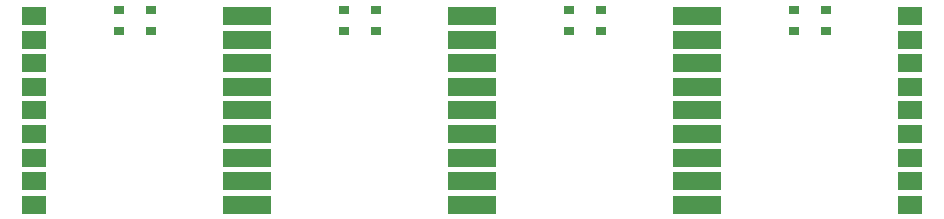
<source format=gtp>
%TF.GenerationSoftware,KiCad,Pcbnew,(5.1.9)-1*%
%TF.CreationDate,2021-10-01T07:45:35+02:00*%
%TF.ProjectId,poly_kb_1Ux4,706f6c79-5f6b-4625-9f31-5578342e6b69,rev?*%
%TF.SameCoordinates,Original*%
%TF.FileFunction,Paste,Top*%
%TF.FilePolarity,Positive*%
%FSLAX46Y46*%
G04 Gerber Fmt 4.6, Leading zero omitted, Abs format (unit mm)*
G04 Created by KiCad (PCBNEW (5.1.9)-1) date 2021-10-01 07:45:35*
%MOMM*%
%LPD*%
G01*
G04 APERTURE LIST*
%ADD10R,0.950000X0.800000*%
%ADD11R,2.000000X1.500000*%
G04 APERTURE END LIST*
D10*
%TO.C,LED1*%
X160750500Y-88202500D03*
X163480500Y-88202500D03*
X160750500Y-86422500D03*
X163480500Y-86422500D03*
%TD*%
%TO.C,LED1*%
X141700500Y-88202500D03*
X144430500Y-88202500D03*
X141700500Y-86422500D03*
X144430500Y-86422500D03*
%TD*%
%TO.C,LED1*%
X122650500Y-88202500D03*
X125380500Y-88202500D03*
X122650500Y-86422500D03*
X125380500Y-86422500D03*
%TD*%
D11*
%TO.C,J4*%
X170624500Y-94932500D03*
X170624500Y-92932500D03*
X170624500Y-90932500D03*
X170624500Y-88932500D03*
X170624500Y-96932500D03*
X170624500Y-86932500D03*
X170624500Y-98932500D03*
X170624500Y-100932500D03*
X170624500Y-102932500D03*
%TD*%
%TO.C,J4*%
X151574500Y-94932500D03*
X151574500Y-92932500D03*
X151574500Y-90932500D03*
X151574500Y-88932500D03*
X151574500Y-96932500D03*
X151574500Y-86932500D03*
X151574500Y-98932500D03*
X151574500Y-100932500D03*
X151574500Y-102932500D03*
%TD*%
%TO.C,J4*%
X132524500Y-94932500D03*
X132524500Y-92932500D03*
X132524500Y-90932500D03*
X132524500Y-88932500D03*
X132524500Y-96932500D03*
X132524500Y-86932500D03*
X132524500Y-98932500D03*
X132524500Y-100932500D03*
X132524500Y-102932500D03*
%TD*%
%TO.C,J3*%
X153606500Y-94932500D03*
X153606500Y-92932500D03*
X153606500Y-90932500D03*
X153606500Y-88932500D03*
X153606500Y-96932500D03*
X153606500Y-86932500D03*
X153606500Y-98932500D03*
X153606500Y-100932500D03*
X153606500Y-102932500D03*
%TD*%
%TO.C,J3*%
X134556500Y-94932500D03*
X134556500Y-92932500D03*
X134556500Y-90932500D03*
X134556500Y-88932500D03*
X134556500Y-96932500D03*
X134556500Y-86932500D03*
X134556500Y-98932500D03*
X134556500Y-100932500D03*
X134556500Y-102932500D03*
%TD*%
%TO.C,J3*%
X115506500Y-94932500D03*
X115506500Y-92932500D03*
X115506500Y-90932500D03*
X115506500Y-88932500D03*
X115506500Y-96932500D03*
X115506500Y-86932500D03*
X115506500Y-98932500D03*
X115506500Y-100932500D03*
X115506500Y-102932500D03*
%TD*%
%TO.C,J4*%
X113474500Y-102932500D03*
X113474500Y-100932500D03*
X113474500Y-98932500D03*
X113474500Y-86932500D03*
X113474500Y-96932500D03*
X113474500Y-88932500D03*
X113474500Y-90932500D03*
X113474500Y-92932500D03*
X113474500Y-94932500D03*
%TD*%
%TO.C,J3*%
X96456500Y-102932500D03*
X96456500Y-100932500D03*
X96456500Y-98932500D03*
X96456500Y-86932500D03*
X96456500Y-96932500D03*
X96456500Y-88932500D03*
X96456500Y-90932500D03*
X96456500Y-92932500D03*
X96456500Y-94932500D03*
%TD*%
D10*
%TO.C,LED1*%
X106330500Y-86422500D03*
X103600500Y-86422500D03*
X106330500Y-88202500D03*
X103600500Y-88202500D03*
%TD*%
M02*

</source>
